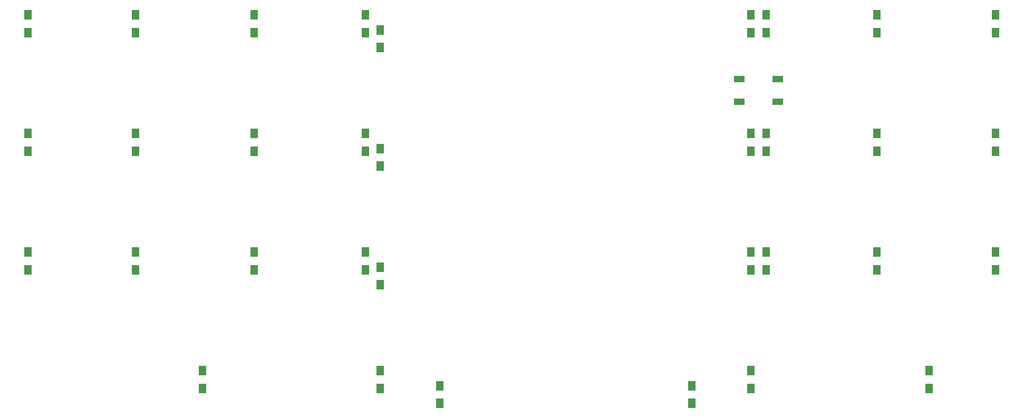
<source format=gbr>
%TF.GenerationSoftware,KiCad,Pcbnew,(5.1.9)-1*%
%TF.CreationDate,2021-08-24T15:28:57-07:00*%
%TF.ProjectId,DropDN - redesign2,44726f70-444e-4202-9d20-726564657369,rev?*%
%TF.SameCoordinates,Original*%
%TF.FileFunction,Paste,Bot*%
%TF.FilePolarity,Positive*%
%FSLAX46Y46*%
G04 Gerber Fmt 4.6, Leading zero omitted, Abs format (unit mm)*
G04 Created by KiCad (PCBNEW (5.1.9)-1) date 2021-08-24 15:28:57*
%MOMM*%
%LPD*%
G01*
G04 APERTURE LIST*
%ADD10R,1.800000X1.100000*%
%ADD11R,1.200000X1.600000*%
G04 APERTURE END LIST*
D10*
%TO.C,RESET1*%
X145975000Y-43521875D03*
X139775000Y-39821875D03*
X145975000Y-39821875D03*
X139775000Y-43521875D03*
%TD*%
D11*
%TO.C,D33*%
X170259518Y-89506324D03*
X170259518Y-86706324D03*
%TD*%
%TO.C,D32*%
X141684494Y-89506324D03*
X141684494Y-86706324D03*
%TD*%
%TO.C,D31*%
X132159375Y-91887500D03*
X132159375Y-89087500D03*
%TD*%
%TO.C,D30*%
X91678206Y-91887500D03*
X91678206Y-89087500D03*
%TD*%
%TO.C,D29*%
X82153125Y-89506250D03*
X82153125Y-86706250D03*
%TD*%
%TO.C,D28*%
X53578125Y-89506250D03*
X53578125Y-86706250D03*
%TD*%
%TO.C,D27*%
X180975000Y-70456250D03*
X180975000Y-67656250D03*
%TD*%
%TO.C,D26*%
X161925000Y-70456308D03*
X161925000Y-67656308D03*
%TD*%
%TO.C,D25*%
X144065625Y-70456250D03*
X144065625Y-67656250D03*
%TD*%
%TO.C,D24*%
X141684375Y-70456250D03*
X141684375Y-67656250D03*
%TD*%
%TO.C,D23*%
X82153125Y-70037500D03*
X82153125Y-72837500D03*
%TD*%
%TO.C,D22*%
X79771875Y-70456250D03*
X79771875Y-67656250D03*
%TD*%
%TO.C,D21*%
X61912556Y-70456308D03*
X61912556Y-67656308D03*
%TD*%
%TO.C,D20*%
X42862540Y-70456308D03*
X42862540Y-67656308D03*
%TD*%
%TO.C,D19*%
X25598463Y-70456308D03*
X25598463Y-67656308D03*
%TD*%
%TO.C,D18*%
X180975000Y-51406250D03*
X180975000Y-48606250D03*
%TD*%
%TO.C,D17*%
X161925000Y-51406250D03*
X161925000Y-48606250D03*
%TD*%
%TO.C,D16*%
X144065625Y-51406250D03*
X144065625Y-48606250D03*
%TD*%
%TO.C,D15*%
X141684375Y-51406250D03*
X141684375Y-48606250D03*
%TD*%
%TO.C,D14*%
X82153125Y-50987500D03*
X82153125Y-53787500D03*
%TD*%
%TO.C,D13*%
X79771875Y-51406250D03*
X79771875Y-48606250D03*
%TD*%
%TO.C,D12*%
X61912556Y-51406292D03*
X61912556Y-48606292D03*
%TD*%
%TO.C,D11*%
X42862540Y-51406292D03*
X42862540Y-48606292D03*
%TD*%
%TO.C,D10*%
X25598463Y-51406292D03*
X25598463Y-48606292D03*
%TD*%
%TO.C,D9*%
X180975000Y-32356250D03*
X180975000Y-29556250D03*
%TD*%
%TO.C,D8*%
X161925000Y-32356276D03*
X161925000Y-29556276D03*
%TD*%
%TO.C,D7*%
X144065625Y-32356276D03*
X144065625Y-29556276D03*
%TD*%
%TO.C,D6*%
X141684375Y-32356250D03*
X141684375Y-29556250D03*
%TD*%
%TO.C,D5*%
X82153125Y-31937500D03*
X82153125Y-34737500D03*
%TD*%
%TO.C,D4*%
X79771875Y-32356250D03*
X79771875Y-29556250D03*
%TD*%
%TO.C,D3*%
X61912556Y-32356276D03*
X61912556Y-29556276D03*
%TD*%
%TO.C,D2*%
X42862540Y-32356276D03*
X42862540Y-29556276D03*
%TD*%
%TO.C,D1*%
X25598463Y-32356276D03*
X25598463Y-29556276D03*
%TD*%
M02*

</source>
